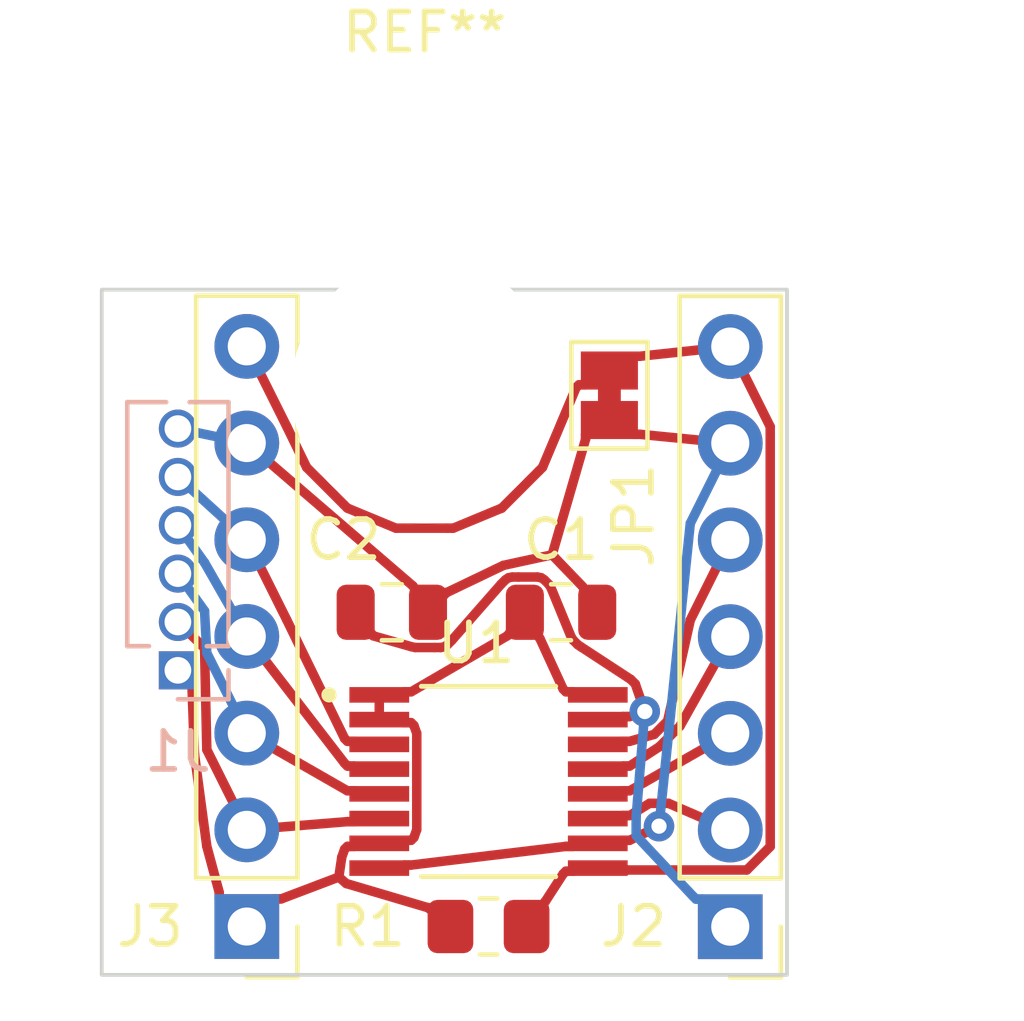
<source format=kicad_pcb>
(kicad_pcb (version 20210623) (generator pcbnew)
  (layers (0 "F.Cu" signal) (31 "B.Cu" signal) (34 "B.Paste" user) (35 "F.Paste" user) (36 "B.SilkS" user "B.Silkscreen") (37 "F.SilkS" user "F.Silkscreen") (38 "B.Mask" user) (39 "F.Mask" user) (44 "Edge.Cuts" user))
  (net 0 "")
  (net 1 "GND")
  (net 2 "/Vcc")
  (net 3 "/Vref")
  (net 4 "/A_TCK")
  (net 5 "/A_TDO")
  (net 6 "/A_TMS")
  (net 7 "/A_TDI")
  (net 8 "/B_TCK")
  (net 9 "/B_TDO")
  (net 10 "/B_TMS")
  (net 11 "/B_TDI")
  (net 12 "Net-(J2-Pad7)")
  (footprint "Connector_PinHeader_2.54mm:PinHeader_1x07_P2.54mm_Vertical" (layer "F.Cu") (at 90.63 86.715 180)
    (fp_text reference "J2" (at 2.54 0.005 180) (layer "F.SilkS"))
    (fp_text value "Conn_01x06")
    (fp_line (start 1.33 1.27) (end 1.33 16.57) (layer "F.SilkS") (width 0.12))
    (fp_line (start -1.33 16.57) (end 1.33 16.57) (layer "F.SilkS") (width 0.12))
    (fp_line (start -1.33 0) (end -1.33 -1.33) (layer "F.SilkS") (width 0.12))
    (fp_line (start -1.33 1.27) (end 1.33 1.27) (layer "F.SilkS") (width 0.12))
    (fp_line (start -1.33 -1.33) (end 0 -1.33) (layer "F.SilkS") (width 0.12))
    (fp_line (start -1.33 1.27) (end -1.33 16.57) (layer "F.SilkS") (width 0.12))
    (pad "1" thru_hole rect locked (at 0 0 180) (size 1.7 1.7) (drill 1) (layers *.Cu *.Mask) (net 3 "/Vref"))
    (pad "2" thru_hole oval locked (at 0 2.54 180) (size 1.7 1.7) (drill 1) (layers *.Cu *.Mask) (net 11 "/B_TDI"))
    (pad "3" thru_hole oval locked (at 0 5.08 180) (size 1.7 1.7) (drill 1) (layers *.Cu *.Mask) (net 10 "/B_TMS"))
    (pad "4" thru_hole oval locked (at 0 7.62 180) (size 1.7 1.7) (drill 1) (layers *.Cu *.Mask) (net 9 "/B_TDO"))
    (pad "5" thru_hole oval locked (at 0 10.16 180) (size 1.7 1.7) (drill 1) (layers *.Cu *.Mask) (net 8 "/B_TCK"))
    (pad "6" thru_hole oval locked (at 0 12.7 180) (size 1.7 1.7) (drill 1) (layers *.Cu *.Mask) (net 1 "GND"))
    (pad "7" thru_hole oval locked (at 0 15.24 180) (size 1.7 1.7) (drill 1) (layers *.Cu *.Mask) (net 12 "Net-(J2-Pad7)"))
  )
  (footprint "Capacitor_SMD:C_0805_2012Metric" (layer "F.Cu") (at 86.185 78.455)
    (fp_text reference "C1" (at 0 -1.905) (layer "F.SilkS"))
    (fp_text value "0.1uF" hide)
    (fp_line (start -0.261252 -0.735) (end 0.261252 -0.735) (layer "F.SilkS") (width 0.12))
    (fp_line (start -0.261252 0.735) (end 0.261252 0.735) (layer "F.SilkS") (width 0.12))
    (pad "1" smd roundrect locked (at -0.95 0) (size 1 1.45) (layers "F.Cu" "F.Paste" "F.Mask") (net 2 "/Vcc"))
    (pad "2" smd roundrect locked (at 0.95 0) (size 1 1.45) (layers "F.Cu" "F.Paste" "F.Mask") (net 1 "GND"))
  )
  (footprint "Capacitor_SMD:C_0805_2012Metric" (layer "F.Cu") (at 81.74 78.455)
    (fp_text reference "C2" (at -1.27 -1.905) (layer "F.SilkS"))
    (fp_text value "0.1uF" hide)
    (fp_line (start -0.261252 -0.735) (end 0.261252 -0.735) (layer "F.SilkS") (width 0.12))
    (fp_line (start -0.261252 0.735) (end 0.261252 0.735) (layer "F.SilkS") (width 0.12))
    (pad "1" smd roundrect locked (at -0.95 0) (size 1 1.45) (layers "F.Cu" "F.Paste" "F.Mask") (net 3 "/Vref"))
    (pad "2" smd roundrect locked (at 0.95 0) (size 1 1.45) (layers "F.Cu" "F.Paste" "F.Mask") (net 1 "GND"))
  )
  (footprint "Jumper:SolderJumper-2_P1.3mm_Bridged_Pad1.0x1.5mm" (layer "F.Cu") (at 87.455 72.755 -90)
    (fp_text reference "JP1" (at 3.16 -0.635 90) (layer "F.SilkS"))
    (fp_text value "SolderJumper_2_Bridged" hide)
    (fp_poly (pts (xy -0.25 -0.3) (xy 0.25 -0.3) (xy 0.25 0.3) (xy -0.25 0.3)) (layer "F.Cu") (width 0) (fill solid))
    (fp_line (start 1.4 1) (end -1.4 1) (layer "F.SilkS") (width 0.12))
    (fp_line (start -1.4 -1) (end 1.4 -1) (layer "F.SilkS") (width 0.12))
    (fp_line (start -1.4 1) (end -1.4 -1) (layer "F.SilkS") (width 0.12))
    (fp_line (start 1.4 -1) (end 1.4 1) (layer "F.SilkS") (width 0.12))
    (pad "1" smd rect locked (at -0.65 0 270) (size 1 1.5) (layers "F.Cu" "F.Mask") (net 12 "Net-(J2-Pad7)"))
    (pad "2" smd rect locked (at 0.65 0 270) (size 1 1.5) (layers "F.Cu" "F.Mask") (net 1 "GND"))
  )
  (footprint "MountingHole:MountingHole_8.4mm_M8" (layer "F.Cu") (at 82.6 72.62)
    (fp_text reference "REF**" (at 0 -9.4) (layer "F.SilkS"))
    (fp_text value "MountingHole_8.4mm_M8")
    (pad "" np_thru_hole circle (at 0 0) (size 7 7) (drill 7) (layers F&B.Cu *.Mask))
  )
  (footprint "Resistor_SMD:R_0805_2012Metric_Pad1.20x1.40mm_HandSolder" (layer "F.Cu") (at 84.28 86.71)
    (fp_text reference "R1" (at -3.175 0) (layer "F.SilkS"))
    (fp_text value "100K")
    (fp_line (start -0.227064 -0.735) (end 0.227064 -0.735) (layer "F.SilkS") (width 0.12))
    (fp_line (start -0.227064 0.735) (end 0.227064 0.735) (layer "F.SilkS") (width 0.12))
    (pad "1" smd roundrect locked (at -1 0) (size 1.2 1.4) (layers "F.Cu" "F.Paste" "F.Mask") (roundrect_rratio 0.208333) (net 2 "/Vcc"))
    (pad "2" smd roundrect locked (at 1 0) (size 1.2 1.4) (layers "F.Cu" "F.Paste" "F.Mask") (roundrect_rratio 0.208333) (net 12 "Net-(J2-Pad7)"))
  )
  (footprint "Packages_PanoJTAG:SOP65P640X120-16N" (layer "F.Cu") (at 84.28 82.9)
    (fp_text reference "U1" (at -0.325 -3.635) (layer "F.SilkS"))
    (fp_text value "SN74AVC4T774PW")
    (fp_line (start -1.765 -2.5) (end 1.765 -2.5) (layer "F.SilkS") (width 0.127))
    (fp_line (start 1.765 2.5) (end -1.765 2.5) (layer "F.SilkS") (width 0.127))
    (fp_circle (center -4.19 -2.275) (end -4.09 -2.275) (layer "F.SilkS") (width 0.2) (fill none))
    (pad "1" smd rect locked (at -2.87 -2.275) (size 1.57 0.41) (layers "F.Cu" "F.Paste" "F.Mask") (net 2 "/Vcc"))
    (pad "2" smd rect locked (at -2.87 -1.625) (size 1.57 0.41) (layers "F.Cu" "F.Paste" "F.Mask") (net 2 "/Vcc"))
    (pad "3" smd rect locked (at -2.87 -0.975) (size 1.57 0.41) (layers "F.Cu" "F.Paste" "F.Mask") (net 4 "/A_TCK"))
    (pad "4" smd rect locked (at -2.87 -0.325) (size 1.57 0.41) (layers "F.Cu" "F.Paste" "F.Mask") (net 5 "/A_TDO"))
    (pad "5" smd rect locked (at -2.87 0.325) (size 1.57 0.41) (layers "F.Cu" "F.Paste" "F.Mask") (net 6 "/A_TMS"))
    (pad "6" smd rect locked (at -2.87 0.975) (size 1.57 0.41) (layers "F.Cu" "F.Paste" "F.Mask") (net 7 "/A_TDI"))
    (pad "7" smd rect locked (at -2.87 1.625) (size 1.57 0.41) (layers "F.Cu" "F.Paste" "F.Mask") (net 2 "/Vcc"))
    (pad "8" smd rect locked (at -2.87 2.275) (size 1.57 0.41) (layers "F.Cu" "F.Paste" "F.Mask") (net 1 "GND"))
    (pad "9" smd rect locked (at 2.87 2.275) (size 1.57 0.41) (layers "F.Cu" "F.Paste" "F.Mask") (net 12 "Net-(J2-Pad7)"))
    (pad "10" smd rect locked (at 2.87 1.625) (size 1.57 0.41) (layers "F.Cu" "F.Paste" "F.Mask") (net 1 "GND"))
    (pad "11" smd rect locked (at 2.87 0.975) (size 1.57 0.41) (layers "F.Cu" "F.Paste" "F.Mask") (net 11 "/B_TDI"))
    (pad "12" smd rect locked (at 2.87 0.325) (size 1.57 0.41) (layers "F.Cu" "F.Paste" "F.Mask") (net 10 "/B_TMS"))
    (pad "13" smd rect locked (at 2.87 -0.325) (size 1.57 0.41) (layers "F.Cu" "F.Paste" "F.Mask") (net 9 "/B_TDO"))
    (pad "14" smd rect locked (at 2.87 -0.975) (size 1.57 0.41) (layers "F.Cu" "F.Paste" "F.Mask") (net 8 "/B_TCK"))
    (pad "15" smd rect locked (at 2.87 -1.625) (size 1.57 0.41) (layers "F.Cu" "F.Paste" "F.Mask") (net 3 "/Vref"))
    (pad "16" smd rect locked (at 2.87 -2.275) (size 1.57 0.41) (layers "F.Cu" "F.Paste" "F.Mask") (net 2 "/Vcc"))
  )
  (footprint "Connector_PinHeader_2.54mm:PinHeader_1x07_P2.54mm_Vertical" (layer "F.Cu") (at 77.93 86.71 180)
    (fp_text reference "J3" (at 2.54 0) (layer "F.SilkS"))
    (fp_text value "Conn_01x06")
    (fp_line (start 1.33 1.27) (end 1.33 16.57) (layer "F.SilkS") (width 0.12))
    (fp_line (start -1.33 -1.33) (end 0 -1.33) (layer "F.SilkS") (width 0.12))
    (fp_line (start -1.33 1.27) (end 1.33 1.27) (layer "F.SilkS") (width 0.12))
    (fp_line (start -1.33 16.57) (end 1.33 16.57) (layer "F.SilkS") (width 0.12))
    (fp_line (start -1.33 1.27) (end -1.33 16.57) (layer "F.SilkS") (width 0.12))
    (fp_line (start -1.33 0) (end -1.33 -1.33) (layer "F.SilkS") (width 0.12))
    (pad "1" thru_hole rect locked (at 0 0 180) (size 1.7 1.7) (drill 1) (layers *.Cu *.Mask) (net 2 "/Vcc"))
    (pad "2" thru_hole oval locked (at 0 2.54 180) (size 1.7 1.7) (drill 1) (layers *.Cu *.Mask) (net 7 "/A_TDI"))
    (pad "3" thru_hole oval locked (at 0 5.08 180) (size 1.7 1.7) (drill 1) (layers *.Cu *.Mask) (net 6 "/A_TMS"))
    (pad "4" thru_hole oval locked (at 0 7.62 180) (size 1.7 1.7) (drill 1) (layers *.Cu *.Mask) (net 5 "/A_TDO"))
    (pad "5" thru_hole oval locked (at 0 10.16 180) (size 1.7 1.7) (drill 1) (layers *.Cu *.Mask) (net 4 "/A_TCK"))
    (pad "6" thru_hole oval locked (at 0 12.7 180) (size 1.7 1.7) (drill 1) (layers *.Cu *.Mask) (net 1 "GND"))
    (pad "7" thru_hole oval locked (at 0 15.24 180) (size 1.7 1.7) (drill 1) (layers *.Cu *.Mask) (net 12 "Net-(J2-Pad7)"))
  )
  (footprint "Connector_PinSocket_1.27mm:PinSocket_1x06_P1.27mm_Vertical" (layer "B.Cu") (at 76.12 79.98)
    (fp_text reference "J1" (at 0 2.135) (layer "B.SilkS") (effects (justify mirror)))
    (fp_text value "Conn_01x06")
    (fp_line (start -1.33 -0.635) (end -1.33 -7.045) (layer "B.SilkS") (width 0.12))
    (fp_line (start 0 0.76) (end 1.33 0.76) (layer "B.SilkS") (width 0.12))
    (fp_line (start 0.30753 -7.045) (end 1.33 -7.045) (layer "B.SilkS") (width 0.12))
    (fp_line (start 1.33 0.76) (end 1.33 0) (layer "B.SilkS") (width 0.12))
    (fp_line (start -1.33 -0.635) (end -0.76 -0.635) (layer "B.SilkS") (width 0.12))
    (fp_line (start 1.33 -0.635) (end 1.33 -7.045) (layer "B.SilkS") (width 0.12))
    (fp_line (start 0.76 -0.635) (end 1.33 -0.635) (layer "B.SilkS") (width 0.12))
    (fp_line (start -1.33 -7.045) (end -0.30753 -7.045) (layer "B.SilkS") (width 0.12))
    (pad "1" thru_hole rect locked (at 0 0) (size 1 1) (drill 0.7) (layers *.Cu *.Mask) (net 2 "/Vcc"))
    (pad "2" thru_hole oval locked (at 0 -1.27) (size 1 1) (drill 0.7) (layers *.Cu *.Mask) (net 7 "/A_TDI"))
    (pad "3" thru_hole oval locked (at 0 -2.54) (size 1 1) (drill 0.7) (layers *.Cu *.Mask) (net 6 "/A_TMS"))
    (pad "4" thru_hole oval locked (at 0 -3.81) (size 1 1) (drill 0.7) (layers *.Cu *.Mask) (net 5 "/A_TDO"))
    (pad "5" thru_hole oval locked (at 0 -5.08) (size 1 1) (drill 0.7) (layers *.Cu *.Mask) (net 4 "/A_TCK"))
    (pad "6" thru_hole oval locked (at 0 -6.35) (size 1 1) (drill 0.7) (layers *.Cu *.Mask) (net 1 "GND"))
  )
  (gr_rect (start 92.12 87.98) (end 74.12 69.98) (layer "Edge.Cuts") (width 0.1) (fill none))
  (segment (start 83.1917 77.932) (end 84.6715 77.2232) (width 0.25) (layer "F.Cu") (net 1))
  (segment (start 88.2568 73.78) (end 88.205 73.78) (width 0.25) (layer "F.Cu") (net 1))
  (segment (start 86.3132 84.605) (end 86.365 84.605) (width 0.25) (layer "F.Cu") (net 1))
  (segment (start 88.08 73.78) (end 87.455 73.405) (width 0.25) (layer "F.Cu") (net 1))
  (segment (start 82.07 85.095) (end 82.195 85.095) (width 0.25) (layer "F.Cu") (net 1))
  (segment (start 88.7583 84.0739) (end 87.9868 84.445) (width 0.25) (layer "F.Cu") (net 1))
  (segment (start 86.83 73.905) (end 85.9505 76.9454) (width 0.25) (layer "F.Cu") (net 1))
  (segment (start 77.93 74.01) (end 82.2825 77.7546) (width 0.25) (layer "F.Cu") (net 1))
  (segment (start 82.3033 77.7754) (end 82.69 78.455) (width 0.25) (layer "F.Cu") (net 1))
  (segment (start 88.205 73.78) (end 88.08 73.78) (width 0.25) (layer "F.Cu") (net 1))
  (segment (start 86.365 84.605) (end 86.49 84.605) (width 0.25) (layer "F.Cu") (net 1))
  (segment (start 90.63 74.015) (end 88.2568 73.78) (width 0.25) (layer "F.Cu") (net 1))
  (segment (start 82.2825 77.7546) (end 82.3033 77.7754) (width 0.25) (layer "F.Cu") (net 1))
  (segment (start 87.935 84.445) (end 87.81 84.445) (width 0.25) (layer "F.Cu") (net 1))
  (segment (start 87.81 84.445) (end 87.15 84.525) (width 0.25) (layer "F.Cu") (net 1))
  (segment (start 85.9505 76.9454) (end 86.7483 77.7754) (width 0.25) (layer "F.Cu") (net 1))
  (segment (start 81.41 85.175) (end 82.07 85.095) (width 0.25) (layer "F.Cu") (net 1))
  (segment (start 86.49 84.605) (end 87.15 84.525) (width 0.25) (layer "F.Cu") (net 1))
  (segment (start 82.2468 85.095) (end 86.3132 84.605) (width 0.25) (layer "F.Cu") (net 1))
  (segment (start 83.1814 77.932) (end 83.1917 77.932) (width 0.25) (layer "F.Cu") (net 1))
  (segment (start 86.83 73.78) (end 86.83 73.905) (width 0.25) (layer "F.Cu") (net 1))
  (segment (start 87.455 73.405) (end 86.83 73.78) (width 0.25) (layer "F.Cu") (net 1))
  (segment (start 87.9868 84.445) (end 87.935 84.445) (width 0.25) (layer "F.Cu") (net 1))
  (segment (start 84.6715 77.2232) (end 85.9505 76.9454) (width 0.25) (layer "F.Cu") (net 1))
  (segment (start 82.195 85.095) (end 82.2468 85.095) (width 0.25) (layer "F.Cu") (net 1))
  (segment (start 86.7483 77.7754) (end 87.135 78.455) (width 0.25) (layer "F.Cu") (net 1))
  (segment (start 82.69 78.455) (end 83.1814 77.932) (width 0.25) (layer "F.Cu") (net 1))
  (via (at 88.7583 84.0739) (size 0.8) (drill 0.4) (layers "F.Cu" "B.Cu") (net 1))
  (segment (start 90.63 74.015) (end 89.58 76.1201) (width 0.25) (layer "B.Cu") (net 1))
  (segment (start 89.58 76.1201) (end 88.7583 84.0739) (width 0.25) (layer "B.Cu") (net 1))
  (segment (start 76.12 73.63) (end 77.93 74.01) (width 0.25) (layer "B.Cu") (net 1))
  (segment (start 80.625 84.605) (end 80.5732 84.605) (width 0.25) (layer "F.Cu") (net 2))
  (segment (start 81.41 80.705) (end 81.41 80.625) (width 0.25) (layer "F.Cu") (net 2))
  (segment (start 85.235 78.455) (end 85.6217 79.1346) (width 0.25) (layer "F.Cu") (net 2))
  (segment (start 82.6783 86.212) (end 80.5422 85.58) (width 0.25) (layer "F.Cu") (net 2))
  (segment (start 81.41 84.525) (end 80.75 84.605) (width 0.25) (layer "F.Cu") (net 2))
  (segment (start 82.195 84.445) (end 82.2468 84.445) (width 0.25) (layer "F.Cu") (net 2))
  (segment (start 82.395 83.9972) (end 82.395 81.6372) (width 0.25) (layer "F.Cu") (net 2))
  (segment (start 80.3476 85.4102) (end 78.8318 85.985) (width 0.25) (layer "F.Cu") (net 2))
  (segment (start 76.495 80.5318) (end 76.555 82.1791) (width 0.25) (layer "F.Cu") (net 2))
  (segment (start 80.425 84.8872) (end 80.3476 85.4102) (width 0.25) (layer "F.Cu") (net 2))
  (segment (start 81.41 84.525) (end 82.07 84.445) (width 0.25) (layer "F.Cu") (net 2))
  (segment (start 86.365 80.545) (end 86.49 80.545) (width 0.25) (layer "F.Cu") (net 2))
  (segment (start 84.7731 79.074) (end 84.7804 79.0667) (width 0.25) (layer "F.Cu") (net 2))
  (segment (start 76.555 82.1791) (end 76.88 84.6049) (width 0.25) (layer "F.Cu") (net 2))
  (segment (start 76.495 80.48) (end 76.495 80.5318) (width 0.25) (layer "F.Cu") (net 2))
  (segment (start 78.655 85.985) (end 77.93 86.71) (width 0.25) (layer "F.Cu") (net 2))
  (segment (start 82.32 84.3718) (end 82.395 84.1628) (width 0.25) (layer "F.Cu") (net 2))
  (segment (start 82.07 81.355) (end 81.41 81.275) (width 0.25) (layer "F.Cu") (net 2))
  (segment (start 76.12 79.98) (end 76.495 80.355) (width 0.25) (layer "F.Cu") (net 2))
  (segment (start 80.5 84.6782) (end 80.425 84.8872) (width 0.25) (layer "F.Cu") (net 2))
  (segment (start 76.495 80.355) (end 76.495 80.48) (width 0.25) (layer "F.Cu") (net 2))
  (segment (start 80.75 84.605) (end 80.625 84.605) (width 0.25) (layer "F.Cu") (net 2))
  (segment (start 85.629 79.1419) (end 86.24 80.4718) (width 0.25) (layer "F.Cu") (net 2))
  (segment (start 77.205 85.985) (end 77.93 86.71) (width 0.25) (layer "F.Cu") (net 2))
  (segment (start 76.88 84.6049) (end 77.205 85.8082) (width 0.25) (layer "F.Cu") (net 2))
  (segment (start 85.6217 79.1346) (end 85.629 79.1419) (width 0.25) (layer "F.Cu") (net 2))
  (segment (start 86.3132 80.545) (end 86.365 80.545) (width 0.25) (layer "F.Cu") (net 2))
  (segment (start 83.28 86.71) (end 82.6886 86.212) (width 0.25) (layer "F.Cu") (net 2))
  (segment (start 81.41 80.625) (end 82.07 80.545) (width 0.25) (layer "F.Cu") (net 2))
  (segment (start 86.24 80.4718) (end 86.3132 80.545) (width 0.25) (layer "F.Cu") (net 2))
  (segment (start 82.6886 86.212) (end 82.6783 86.212) (width 0.25) (layer "F.Cu") (net 2))
  (segment (start 82.195 80.545) (end 82.2468 80.545) (width 0.25) (layer "F.Cu") (net 2))
  (segment (start 82.32 81.4282) (end 82.2468 81.355) (width 0.25) (layer "F.Cu") (net 2))
  (segment (start 81.41 81.275) (end 81.41 81.195) (width 0.25) (layer "F.Cu") (net 2))
  (segment (start 81.41 80.83) (end 81.41 80.705) (width 0.25) (layer "F.Cu") (net 2))
  (segment (start 77.205 85.8082) (end 77.205 85.86) (width 0.25) (layer "F.Cu") (net 2))
  (segment (start 78.78 85.985) (end 78.655 85.985) (width 0.25) (layer "F.Cu") (net 2))
  (segment (start 78.8318 85.985) (end 78.78 85.985) (width 0.25) (layer "F.Cu") (net 2))
  (segment (start 82.07 84.445) (end 82.195 84.445) (width 0.25) (layer "F.Cu") (net 2))
  (segment (start 80.5422 85.58) (end 80.3476 85.4102) (width 0.25) (layer "F.Cu") (net 2))
  (segment (start 84.7804 79.0667) (end 85.235 78.455) (width 0.25) (layer "F.Cu") (net 2))
  (segment (start 77.205 85.86) (end 77.205 85.985) (width 0.25) (layer "F.Cu") (net 2))
  (segment (start 82.07 80.545) (end 82.195 80.545) (width 0.25) (layer "F.Cu") (net 2))
  (segment (start 80.5732 84.605) (end 80.5 84.6782) (width 0.25) (layer "F.Cu") (net 2))
  (segment (start 81.41 81.07) (end 81.41 80.83) (width 0.25) (layer "F.Cu") (net 2))
  (segment (start 86.49 80.545) (end 87.15 80.625) (width 0.25) (layer "F.Cu") (net 2))
  (segment (start 82.395 84.1628) (end 82.395 83.9972) (width 0.25) (layer "F.Cu") (net 2))
  (segment (start 82.2468 81.355) (end 82.195 81.355) (width 0.25) (layer "F.Cu") (net 2))
  (segment (start 81.41 81.195) (end 81.41 81.07) (width 0.25) (layer "F.Cu") (net 2))
  (segment (start 82.2468 80.545) (end 84.7731 79.074) (width 0.25) (layer "F.Cu") (net 2))
  (segment (start 82.2468 84.445) (end 82.32 84.3718) (width 0.25) (layer "F.Cu") (net 2))
  (segment (start 82.195 81.355) (end 82.07 81.355) (width 0.25) (layer "F.Cu") (net 2))
  (segment (start 82.395 81.6372) (end 82.32 81.4282) (width 0.25) (layer "F.Cu") (net 2))
  (segment (start 85.6638 77.5482) (end 85.7452 77.6026) (width 0.25) (layer "F.Cu") (net 3))
  (segment (start 82.2612 79.3618) (end 82.3572 79.381) (width 0.25) (layer "F.Cu") (net 3))
  (segment (start 87.9868 81.195) (end 88.385 81.0618) (width 0.25) (layer "F.Cu") (net 3))
  (segment (start 83.2002 79.3074) (end 83.3174 79.1902) (width 0.25) (layer "F.Cu") (net 3))
  (segment (start 85.5678 77.529) (end 85.6638 77.5482) (width 0.25) (layer "F.Cu") (net 3))
  (segment (start 87.935 81.195) (end 87.9868 81.195) (width 0.25) (layer "F.Cu") (net 3))
  (segment (start 83.1188 79.3618) (end 83.2002 79.3074) (width 0.25) (layer "F.Cu") (net 3))
  (segment (start 84.7248 77.6026) (end 84.8062 77.5482) (width 0.25) (layer "F.Cu") (net 3))
  (segment (start 85.0678 77.529) (end 85.5678 77.529) (width 0.25) (layer "F.Cu") (net 3))
  (segment (start 86.5076 79.1902) (end 86.6248 79.3074) (width 0.25) (layer "F.Cu") (net 3))
  (segment (start 86.6248 79.3074) (end 86.7062 79.3618) (width 0.25) (layer "F.Cu") (net 3))
  (segment (start 80.79 78.455) (end 81.2446 79.0667) (width 0.25) (layer "F.Cu") (net 3))
  (segment (start 86.7062 79.3618) (end 88.0178 80.22) (width 0.25) (layer "F.Cu") (net 3))
  (segment (start 84.9022 77.529) (end 85.0678 77.529) (width 0.25) (layer "F.Cu") (net 3))
  (segment (start 85.7452 77.6026) (end 85.8624 77.7198) (width 0.25) (layer "F.Cu") (net 3))
  (segment (start 81.2446 79.0667) (end 81.2519 79.074) (width 0.25) (layer "F.Cu") (net 3))
  (segment (start 83.0228 79.381) (end 83.1188 79.3618) (width 0.25) (layer "F.Cu") (net 3))
  (segment (start 84.6076 77.7198) (end 84.7248 77.6026) (width 0.25) (layer "F.Cu") (net 3))
  (segment (start 87.81 81.195) (end 87.935 81.195) (width 0.25) (layer "F.Cu") (net 3))
  (segment (start 85.8624 77.7198) (end 85.9168 77.8012) (width 0.25) (layer "F.Cu") (net 3))
  (segment (start 82.8572 79.381) (end 83.0228 79.381) (width 0.25) (layer "F.Cu") (net 3))
  (segment (start 86.4532 79.1088) (end 86.5076 79.1902) (width 0.25) (layer "F.Cu") (net 3))
  (segment (start 85.9168 77.8012) (end 86.4532 79.1088) (width 0.25) (layer "F.Cu") (net 3))
  (segment (start 88.0178 80.22) (end 88.135 80.3372) (width 0.25) (layer "F.Cu") (net 3))
  (segment (start 82.3572 79.381) (end 82.8572 79.381) (width 0.25) (layer "F.Cu") (net 3))
  (segment (start 88.135 80.3372) (end 88.385 81.0618) (width 0.25) (layer "F.Cu") (net 3))
  (segment (start 81.2519 79.074) (end 82.2612 79.3618) (width 0.25) (layer "F.Cu") (net 3))
  (segment (start 84.8062 77.5482) (end 84.9022 77.529) (width 0.25) (layer "F.Cu") (net 3))
  (segment (start 87.15 81.275) (end 87.81 81.195) (width 0.25) (layer "F.Cu") (net 3))
  (segment (start 83.3174 79.1902) (end 84.6076 77.7198) (width 0.25) (layer "F.Cu") (net 3))
  (via (at 88.385 81.0618) (size 0.8) (drill 0.4) (layers "F.Cu" "B.Cu") (net 3))
  (segment (start 89.905 85.99) (end 90.63 86.715) (width 0.25) (layer "B.Cu") (net 3))
  (segment (start 88.1583 83.8254) (end 88.1583 84.3224) (width 0.25) (layer "B.Cu") (net 3))
  (segment (start 88.385 81.0618) (end 88.1583 83.8254) (width 0.25) (layer "B.Cu") (net 3))
  (segment (start 88.1583 84.3224) (end 89.655 85.9168) (width 0.25) (layer "B.Cu") (net 3))
  (segment (start 89.7282 85.99) (end 89.78 85.99) (width 0.25) (layer "B.Cu") (net 3))
  (segment (start 89.78 85.99) (end 89.905 85.99) (width 0.25) (layer "B.Cu") (net 3))
  (segment (start 89.655 85.9168) (end 89.7282 85.99) (width 0.25) (layer "B.Cu") (net 3))
  (segment (start 80.75 81.845) (end 81.41 81.925) (width 0.25) (layer "F.Cu") (net 4))
  (segment (start 78.98 78.6551) (end 80.5 81.7718) (width 0.25) (layer "F.Cu") (net 4))
  (segment (start 80.5 81.7718) (end 80.5732 81.845) (width 0.25) (layer "F.Cu") (net 4))
  (segment (start 80.625 81.845) (end 80.75 81.845) (width 0.25) (layer "F.Cu") (net 4))
  (segment (start 80.5732 81.845) (end 80.625 81.845) (width 0.25) (layer "F.Cu") (net 4))
  (segment (start 77.93 76.55) (end 78.98 78.6551) (width 0.25) (layer "F.Cu") (net 4))
  (segment (start 76.12 74.9) (end 77.93 76.55) (width 0.25) (layer "B.Cu") (net 4))
  (segment (start 80.75 82.495) (end 81.41 82.575) (width 0.25) (layer "F.Cu") (net 5))
  (segment (start 80.5 82.4218) (end 80.5732 82.495) (width 0.25) (layer "F.Cu") (net 5))
  (segment (start 80.625 82.495) (end 80.75 82.495) (width 0.25) (layer "F.Cu") (net 5))
  (segment (start 80.5732 82.495) (end 80.625 82.495) (width 0.25) (layer "F.Cu") (net 5))
  (segment (start 77.93 79.09) (end 80.5 82.4218) (width 0.25) (layer "F.Cu") (net 5))
  (segment (start 76.12 76.17) (end 76.82 77.1501) (width 0.25) (layer "B.Cu") (net 5))
  (segment (start 76.82 77.1501) (end 77.93 79.09) (width 0.25) (layer "B.Cu") (net 5))
  (segment (start 80.75 83.145) (end 81.41 83.225) (width 0.25) (layer "F.Cu") (net 6))
  (segment (start 77.93 81.63) (end 80.5732 83.145) (width 0.25) (layer "F.Cu") (net 6))
  (segment (start 80.625 83.145) (end 80.75 83.145) (width 0.25) (layer "F.Cu") (net 6))
  (segment (start 80.5732 83.145) (end 80.625 83.145) (width 0.25) (layer "F.Cu") (net 6))
  (segment (start 76.82 78.4201) (end 76.88 79.5249) (width 0.25) (layer "B.Cu") (net 6))
  (segment (start 76.12 77.44) (end 76.82 78.4201) (width 0.25) (layer "B.Cu") (net 6))
  (segment (start 76.88 79.5249) (end 77.93 81.63) (width 0.25) (layer "B.Cu") (net 6))
  (segment (start 80.75 83.955) (end 81.41 83.875) (width 0.25) (layer "F.Cu") (net 7))
  (segment (start 76.7028 79.28) (end 76.82 79.3972) (width 0.25) (layer "F.Cu") (net 7))
  (segment (start 80.5732 83.955) (end 80.625 83.955) (width 0.25) (layer "F.Cu") (net 7))
  (segment (start 76.82 79.3972) (end 76.88 82.0649) (width 0.25) (layer "F.Cu") (net 7))
  (segment (start 76.12 78.71) (end 76.7028 79.28) (width 0.25) (layer "F.Cu") (net 7))
  (segment (start 76.88 82.0649) (end 77.93 84.17) (width 0.25) (layer "F.Cu") (net 7))
  (segment (start 80.625 83.955) (end 80.75 83.955) (width 0.25) (layer "F.Cu") (net 7))
  (segment (start 77.93 84.17) (end 80.5732 83.955) (width 0.25) (layer "F.Cu") (net 7))
  (segment (start 89.58 78.6601) (end 88.985 81.3103) (width 0.25) (layer "F.Cu") (net 8))
  (segment (start 87.81 81.845) (end 87.15 81.925) (width 0.25) (layer "F.Cu") (net 8))
  (segment (start 87.935 81.845) (end 87.81 81.845) (width 0.25) (layer "F.Cu") (net 8))
  (segment (start 90.63 76.555) (end 89.58 78.6601) (width 0.25) (layer "F.Cu") (net 8))
  (segment (start 88.985 81.3103) (end 88.6335 81.6618) (width 0.25) (layer "F.Cu") (net 8))
  (segment (start 87.9868 81.845) (end 87.935 81.845) (width 0.25) (layer "F.Cu") (net 8))
  (segment (start 88.6335 81.6618) (end 87.9868 81.845) (width 0.25) (layer "F.Cu") (net 8))
  (segment (start 87.9868 82.495) (end 87.935 82.495) (width 0.25) (layer "F.Cu") (net 9))
  (segment (start 90.63 79.095) (end 89.31 81.4449) (width 0.25) (layer "F.Cu") (net 9))
  (segment (start 88.7681 81.9868) (end 87.9868 82.495) (width 0.25) (layer "F.Cu") (net 9))
  (segment (start 87.81 82.495) (end 87.15 82.575) (width 0.25) (layer "F.Cu") (net 9))
  (segment (start 89.31 81.4449) (end 88.7681 81.9868) (width 0.25) (layer "F.Cu") (net 9))
  (segment (start 87.935 82.495) (end 87.81 82.495) (width 0.25) (layer "F.Cu") (net 9))
  (segment (start 87.81 83.145) (end 87.15 83.225) (width 0.25) (layer "F.Cu") (net 10))
  (segment (start 87.9868 83.145) (end 87.935 83.145) (width 0.25) (layer "F.Cu") (net 10))
  (segment (start 90.63 81.635) (end 87.9868 83.145) (width 0.25) (layer "F.Cu") (net 10))
  (segment (start 87.935 83.145) (end 87.81 83.145) (width 0.25) (layer "F.Cu") (net 10))
  (segment (start 90.63 84.175) (end 89.0068 83.4739) (width 0.25) (layer "F.Cu") (net 11))
  (segment (start 89.0068 83.4739) (end 88.5098 83.4739) (width 0.25) (layer "F.Cu") (net 11))
  (segment (start 87.935 83.795) (end 87.81 83.795) (width 0.25) (layer "F.Cu") (net 11))
  (segment (start 88.5098 83.4739) (end 87.9868 83.795) (width 0.25) (layer "F.Cu") (net 11))
  (segment (start 87.9868 83.795) (end 87.935 83.795) (width 0.25) (layer "F.Cu") (net 11))
  (segment (start 87.81 83.795) (end 87.15 83.875) (width 0.25) (layer "F.Cu") (net 11))
  (segment (start 86.365 85.255) (end 86.49 85.255) (width 0.25) (layer "F.Cu") (net 12))
  (segment (start 85.7667 86.0554) (end 85.774 86.0481) (width 0.25) (layer "F.Cu") (net 12))
  (segment (start 90.63 71.475) (end 88.2568 71.73) (width 0.25) (layer "F.Cu") (net 12))
  (segment (start 88.08 71.73) (end 87.455 72.105) (width 0.25) (layer "F.Cu") (net 12))
  (segment (start 79.5022 74.6494) (end 80.4773 75.6245) (width 0.25) (layer "F.Cu") (net 12))
  (segment (start 80.4773 75.6245) (end 80.5706 75.7178) (width 0.25) (layer "F.Cu") (net 12))
  (segment (start 83.3554 76.2455) (end 84.3952 75.8148) (width 0.25) (layer "F.Cu") (net 12))
  (segment (start 83.3216 76.2456) (end 83.3554 76.2455) (width 0.25) (layer "F.Cu") (net 12))
  (segment (start 80.5706 75.7178) (end 80.6144 75.736) (width 0.25) (layer "F.Cu") (net 12))
  (segment (start 90.63 71.475) (end 91.68 73.5801) (width 0.25) (layer "F.Cu") (net 12))
  (segment (start 86.83 72.48) (end 87.455 72.105) (width 0.25) (layer "F.Cu") (net 12))
  (segment (start 86.24 85.3282) (end 86.3132 85.255) (width 0.25) (layer "F.Cu") (net 12))
  (segment (start 84.5982 75.7307) (end 84.6294 75.7177) (width 0.25) (layer "F.Cu") (net 12))
  (segment (start 91.68 73.5801) (end 91.68 83.7401) (width 0.25) (layer "F.Cu") (net 12))
  (segment (start 91.0649 85.225) (end 87.935 85.225) (width 0.25) (layer "F.Cu") (net 12))
  (segment (start 85.774 86.0481) (end 86.24 85.3282) (width 0.25) (layer "F.Cu") (net 12))
  (segment (start 86.58 72.5532) (end 86.6532 72.48) (width 0.25) (layer "F.Cu") (net 12))
  (segment (start 88.205 71.73) (end 88.08 71.73) (width 0.25) (layer "F.Cu") (net 12))
  (segment (start 91.68 83.7401) (end 91.68 84.6099) (width 0.25) (layer "F.Cu") (net 12))
  (segment (start 85.6978 74.6493) (end 86.58 72.5532) (width 0.25) (layer "F.Cu") (net 12))
  (segment (start 87.81 85.225) (end 87.15 85.175) (width 0.25) (layer "F.Cu") (net 12))
  (segment (start 85.28 86.71) (end 85.7667 86.0554) (width 0.25) (layer "F.Cu") (net 12))
  (segment (start 80.6144 75.736) (end 81.8446 76.2456) (width 0.25) (layer "F.Cu") (net 12))
  (segment (start 87.935 85.225) (end 87.81 85.225) (width 0.25) (layer "F.Cu") (net 12))
  (segment (start 88.2568 71.73) (end 88.205 71.73) (width 0.25) (layer "F.Cu") (net 12))
  (segment (start 86.49 85.255) (end 87.15 85.175) (width 0.25) (layer "F.Cu") (net 12))
  (segment (start 81.8446 76.2456) (end 83.1898 76.2456) (width 0.25) (layer "F.Cu") (net 12))
  (segment (start 84.6294 75.7177) (end 85.6045 74.7426) (width 0.25) (layer "F.Cu") (net 12))
  (segment (start 86.705 72.48) (end 86.83 72.48) (width 0.25) (layer "F.Cu") (net 12))
  (segment (start 85.6045 74.7426) (end 85.6978 74.6493) (width 0.25) (layer "F.Cu") (net 12))
  (segment (start 78.98 73.5751) (end 79.5022 74.6494) (width 0.25) (layer "F.Cu") (net 12))
  (segment (start 83.1898 76.2456) (end 83.3216 76.2456) (width 0.25) (layer "F.Cu") (net 12))
  (segment (start 86.6532 72.48) (end 86.705 72.48) (width 0.25) (layer "F.Cu") (net 12))
  (segment (start 84.3952 75.8148) (end 84.5982 75.7307) (width 0.25) (layer "F.Cu") (net 12))
  (segment (start 86.3132 85.255) (end 86.365 85.255) (width 0.25) (layer "F.Cu") (net 12))
  (segment (start 77.93 71.47) (end 78.98 73.5751) (width 0.25) (layer "F.Cu") (net 12))
  (segment (start 91.68 84.6099) (end 91.0649 85.225) (width 0.25) (layer "F.Cu") (net 12))
)
</source>
